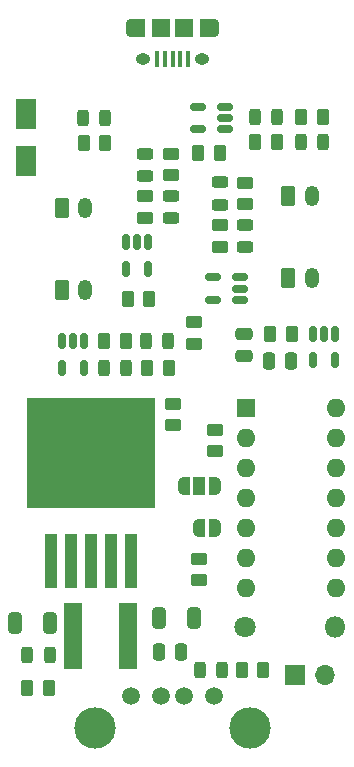
<source format=gbr>
%TF.GenerationSoftware,KiCad,Pcbnew,6.0.5*%
%TF.CreationDate,2022-05-23T21:48:15-04:00*%
%TF.ProjectId,BMS,424d532e-6b69-4636-9164-5f7063625858,rev?*%
%TF.SameCoordinates,Original*%
%TF.FileFunction,Soldermask,Top*%
%TF.FilePolarity,Negative*%
%FSLAX46Y46*%
G04 Gerber Fmt 4.6, Leading zero omitted, Abs format (unit mm)*
G04 Created by KiCad (PCBNEW 6.0.5) date 2022-05-23 21:48:15*
%MOMM*%
%LPD*%
G01*
G04 APERTURE LIST*
G04 Aperture macros list*
%AMRoundRect*
0 Rectangle with rounded corners*
0 $1 Rounding radius*
0 $2 $3 $4 $5 $6 $7 $8 $9 X,Y pos of 4 corners*
0 Add a 4 corners polygon primitive as box body*
4,1,4,$2,$3,$4,$5,$6,$7,$8,$9,$2,$3,0*
0 Add four circle primitives for the rounded corners*
1,1,$1+$1,$2,$3*
1,1,$1+$1,$4,$5*
1,1,$1+$1,$6,$7*
1,1,$1+$1,$8,$9*
0 Add four rect primitives between the rounded corners*
20,1,$1+$1,$2,$3,$4,$5,0*
20,1,$1+$1,$4,$5,$6,$7,0*
20,1,$1+$1,$6,$7,$8,$9,0*
20,1,$1+$1,$8,$9,$2,$3,0*%
%AMFreePoly0*
4,1,22,0.550000,-0.750000,0.000000,-0.750000,0.000000,-0.745033,-0.079941,-0.743568,-0.215256,-0.701293,-0.333266,-0.622738,-0.424486,-0.514219,-0.481581,-0.384460,-0.499164,-0.250000,-0.500000,-0.250000,-0.500000,0.250000,-0.499164,0.250000,-0.499963,0.256109,-0.478152,0.396186,-0.417904,0.524511,-0.324060,0.630769,-0.204165,0.706417,-0.067858,0.745374,0.000000,0.744959,0.000000,0.750000,
0.550000,0.750000,0.550000,-0.750000,0.550000,-0.750000,$1*%
%AMFreePoly1*
4,1,20,0.000000,0.744959,0.073905,0.744508,0.209726,0.703889,0.328688,0.626782,0.421226,0.519385,0.479903,0.390333,0.500000,0.250000,0.500000,-0.250000,0.499851,-0.262216,0.476331,-0.402017,0.414519,-0.529596,0.319384,-0.634700,0.198574,-0.708877,0.061801,-0.746166,0.000000,-0.745033,0.000000,-0.750000,-0.550000,-0.750000,-0.550000,0.750000,0.000000,0.750000,0.000000,0.744959,
0.000000,0.744959,$1*%
%AMFreePoly2*
4,1,22,0.500000,-0.750000,0.000000,-0.750000,0.000000,-0.745033,-0.079941,-0.743568,-0.215256,-0.701293,-0.333266,-0.622738,-0.424486,-0.514219,-0.481581,-0.384460,-0.499164,-0.250000,-0.500000,-0.250000,-0.500000,0.250000,-0.499164,0.250000,-0.499963,0.256109,-0.478152,0.396186,-0.417904,0.524511,-0.324060,0.630769,-0.204165,0.706417,-0.067858,0.745374,0.000000,0.744959,0.000000,0.750000,
0.500000,0.750000,0.500000,-0.750000,0.500000,-0.750000,$1*%
%AMFreePoly3*
4,1,20,0.000000,0.744959,0.073905,0.744508,0.209726,0.703889,0.328688,0.626782,0.421226,0.519385,0.479903,0.390333,0.500000,0.250000,0.500000,-0.250000,0.499851,-0.262216,0.476331,-0.402017,0.414519,-0.529596,0.319384,-0.634700,0.198574,-0.708877,0.061801,-0.746166,0.000000,-0.745033,0.000000,-0.750000,-0.500000,-0.750000,-0.500000,0.750000,0.000000,0.750000,0.000000,0.744959,
0.000000,0.744959,$1*%
G04 Aperture macros list end*
%ADD10RoundRect,0.243750X0.243750X0.456250X-0.243750X0.456250X-0.243750X-0.456250X0.243750X-0.456250X0*%
%ADD11R,1.700000X1.700000*%
%ADD12O,1.700000X1.700000*%
%ADD13RoundRect,0.250000X-0.450000X0.262500X-0.450000X-0.262500X0.450000X-0.262500X0.450000X0.262500X0*%
%ADD14FreePoly0,0.000000*%
%ADD15R,1.000000X1.500000*%
%ADD16FreePoly1,0.000000*%
%ADD17FreePoly2,0.000000*%
%ADD18FreePoly3,0.000000*%
%ADD19RoundRect,0.250000X-0.475000X0.250000X-0.475000X-0.250000X0.475000X-0.250000X0.475000X0.250000X0*%
%ADD20RoundRect,0.150000X-0.150000X0.512500X-0.150000X-0.512500X0.150000X-0.512500X0.150000X0.512500X0*%
%ADD21RoundRect,0.250000X-0.262500X-0.450000X0.262500X-0.450000X0.262500X0.450000X-0.262500X0.450000X0*%
%ADD22RoundRect,0.250000X0.325000X0.650000X-0.325000X0.650000X-0.325000X-0.650000X0.325000X-0.650000X0*%
%ADD23C,1.800000*%
%ADD24O,1.800000X1.800000*%
%ADD25RoundRect,0.243750X-0.243750X-0.456250X0.243750X-0.456250X0.243750X0.456250X-0.243750X0.456250X0*%
%ADD26RoundRect,0.250000X-0.350000X-0.625000X0.350000X-0.625000X0.350000X0.625000X-0.350000X0.625000X0*%
%ADD27O,1.200000X1.750000*%
%ADD28C,1.500000*%
%ADD29C,3.500000*%
%ADD30R,1.600000X5.700000*%
%ADD31RoundRect,0.150000X0.512500X0.150000X-0.512500X0.150000X-0.512500X-0.150000X0.512500X-0.150000X0*%
%ADD32R,1.100000X4.600000*%
%ADD33R,10.800000X9.400000*%
%ADD34RoundRect,0.243750X0.456250X-0.243750X0.456250X0.243750X-0.456250X0.243750X-0.456250X-0.243750X0*%
%ADD35RoundRect,0.250000X0.262500X0.450000X-0.262500X0.450000X-0.262500X-0.450000X0.262500X-0.450000X0*%
%ADD36RoundRect,0.250000X-0.325000X-0.650000X0.325000X-0.650000X0.325000X0.650000X-0.325000X0.650000X0*%
%ADD37R,1.800000X2.500000*%
%ADD38RoundRect,0.243750X-0.456250X0.243750X-0.456250X-0.243750X0.456250X-0.243750X0.456250X0.243750X0*%
%ADD39R,1.600000X1.600000*%
%ADD40O,1.600000X1.600000*%
%ADD41RoundRect,0.250000X0.250000X0.475000X-0.250000X0.475000X-0.250000X-0.475000X0.250000X-0.475000X0*%
%ADD42RoundRect,0.250000X0.450000X-0.262500X0.450000X0.262500X-0.450000X0.262500X-0.450000X-0.262500X0*%
%ADD43R,0.400000X1.350000*%
%ADD44O,0.890000X1.550000*%
%ADD45R,1.200000X1.550000*%
%ADD46O,1.250000X0.950000*%
%ADD47R,1.500000X1.550000*%
%ADD48RoundRect,0.250000X-0.250000X-0.475000X0.250000X-0.475000X0.250000X0.475000X-0.250000X0.475000X0*%
G04 APERTURE END LIST*
D10*
%TO.C,D5*%
X27737500Y-11100000D03*
X25862500Y-11100000D03*
%TD*%
D11*
%TO.C,J3*%
X25400000Y-56250000D03*
D12*
X27940000Y-56250000D03*
%TD*%
D13*
%TO.C,R13*%
X15050000Y-33237500D03*
X15050000Y-35062500D03*
%TD*%
D14*
%TO.C,JP1*%
X15950000Y-40200000D03*
D15*
X17250000Y-40200000D03*
D16*
X18550000Y-40200000D03*
%TD*%
D10*
%TO.C,D9*%
X14637500Y-27950000D03*
X12762500Y-27950000D03*
%TD*%
D17*
%TO.C,JP2*%
X17250000Y-43750000D03*
D18*
X18550000Y-43750000D03*
%TD*%
D13*
%TO.C,R16*%
X19050000Y-18137500D03*
X19050000Y-19962500D03*
%TD*%
D19*
%TO.C,C2*%
X21050000Y-27350000D03*
X21050000Y-29250000D03*
%TD*%
D20*
%TO.C,U10*%
X7500000Y-27912500D03*
X6550000Y-27912500D03*
X5600000Y-27912500D03*
X5600000Y-30187500D03*
X7500000Y-30187500D03*
%TD*%
D21*
%TO.C,R20*%
X2700000Y-57300000D03*
X4525000Y-57300000D03*
%TD*%
D22*
%TO.C,C1*%
X4625000Y-51850000D03*
X1675000Y-51850000D03*
%TD*%
D13*
%TO.C,R14*%
X16850000Y-26337500D03*
X16850000Y-28162500D03*
%TD*%
D23*
%TO.C,D1*%
X21140000Y-52150000D03*
D24*
X28760000Y-52150000D03*
%TD*%
D21*
%TO.C,R24*%
X23287500Y-27350000D03*
X25112500Y-27350000D03*
%TD*%
D25*
%TO.C,D11*%
X9212500Y-30250000D03*
X11087500Y-30250000D03*
%TD*%
D26*
%TO.C,BT1*%
X5600000Y-16650000D03*
D27*
X7600000Y-16650000D03*
%TD*%
D21*
%TO.C,R11*%
X25887500Y-8950000D03*
X27712500Y-8950000D03*
%TD*%
D13*
%TO.C,R25*%
X18550000Y-35450000D03*
X18550000Y-37275000D03*
%TD*%
D10*
%TO.C,D15*%
X9287500Y-9050000D03*
X7412500Y-9050000D03*
%TD*%
D20*
%TO.C,U13*%
X28750000Y-27312500D03*
X27800000Y-27312500D03*
X26850000Y-27312500D03*
X26850000Y-29587500D03*
X28750000Y-29587500D03*
%TD*%
D28*
%TO.C,J2*%
X11500000Y-58000000D03*
X14000000Y-58000000D03*
X16000000Y-58000000D03*
X18500000Y-58000000D03*
D29*
X21570000Y-60710000D03*
X8430000Y-60710000D03*
%TD*%
D30*
%TO.C,L1*%
X6550000Y-52900000D03*
X11250000Y-52900000D03*
%TD*%
D31*
%TO.C,U11*%
X20687500Y-24450000D03*
X20687500Y-23500000D03*
X20687500Y-22550000D03*
X18412500Y-22550000D03*
X18412500Y-24450000D03*
%TD*%
D13*
%TO.C,R10*%
X12700000Y-15700000D03*
X12700000Y-17525000D03*
%TD*%
D21*
%TO.C,R21*%
X20837500Y-55800000D03*
X22662500Y-55800000D03*
%TD*%
D32*
%TO.C,U1*%
X4700000Y-46575000D03*
X6400000Y-46575000D03*
D33*
X8100000Y-37425000D03*
D32*
X8100000Y-46575000D03*
X9800000Y-46575000D03*
X11500000Y-46575000D03*
%TD*%
D13*
%TO.C,R26*%
X17250000Y-46387500D03*
X17250000Y-48212500D03*
%TD*%
D34*
%TO.C,D8*%
X14850000Y-17550000D03*
X14850000Y-15675000D03*
%TD*%
D35*
%TO.C,R19*%
X9300000Y-11200000D03*
X7475000Y-11200000D03*
%TD*%
D36*
%TO.C,C3*%
X13825000Y-51400000D03*
X16775000Y-51400000D03*
%TD*%
D21*
%TO.C,R7*%
X17187500Y-12000000D03*
X19012500Y-12000000D03*
%TD*%
D37*
%TO.C,D2*%
X2600000Y-12700000D03*
X2600000Y-8700000D03*
%TD*%
D26*
%TO.C,BT3*%
X5600000Y-23600000D03*
D27*
X7600000Y-23600000D03*
%TD*%
D20*
%TO.C,U9*%
X12950000Y-19562500D03*
X12000000Y-19562500D03*
X11050000Y-19562500D03*
X11050000Y-21837500D03*
X12950000Y-21837500D03*
%TD*%
D25*
%TO.C,D14*%
X2712500Y-54500000D03*
X4587500Y-54500000D03*
%TD*%
D26*
%TO.C,BT2*%
X24800000Y-15700000D03*
D27*
X26800000Y-15700000D03*
%TD*%
D38*
%TO.C,D6*%
X12700000Y-12075000D03*
X12700000Y-13950000D03*
%TD*%
D39*
%TO.C,U12*%
X21200000Y-33575000D03*
D40*
X21200000Y-36115000D03*
X21200000Y-38655000D03*
X21200000Y-41195000D03*
X21200000Y-43735000D03*
X21200000Y-46275000D03*
X21200000Y-48815000D03*
X28820000Y-48815000D03*
X28820000Y-46275000D03*
X28820000Y-43735000D03*
X28820000Y-41195000D03*
X28820000Y-38655000D03*
X28820000Y-36115000D03*
X28820000Y-33575000D03*
%TD*%
D25*
%TO.C,D7*%
X21962500Y-8950000D03*
X23837500Y-8950000D03*
%TD*%
D41*
%TO.C,C4*%
X25050000Y-29600000D03*
X23150000Y-29600000D03*
%TD*%
D42*
%TO.C,R18*%
X21150000Y-16362500D03*
X21150000Y-14537500D03*
%TD*%
%TO.C,R12*%
X14850000Y-13925000D03*
X14850000Y-12100000D03*
%TD*%
D38*
%TO.C,D10*%
X19050000Y-14512500D03*
X19050000Y-16387500D03*
%TD*%
D34*
%TO.C,D12*%
X21150000Y-19987500D03*
X21150000Y-18112500D03*
%TD*%
D35*
%TO.C,R8*%
X13012500Y-24400000D03*
X11187500Y-24400000D03*
%TD*%
D21*
%TO.C,R17*%
X12837500Y-30250000D03*
X14662500Y-30250000D03*
%TD*%
D31*
%TO.C,U8*%
X19437500Y-10000000D03*
X19437500Y-9050000D03*
X19437500Y-8100000D03*
X17162500Y-8100000D03*
X17162500Y-10000000D03*
%TD*%
D43*
%TO.C,J1*%
X16300000Y-4100000D03*
X15650000Y-4100000D03*
X15000000Y-4100000D03*
X14350000Y-4100000D03*
X13700000Y-4100000D03*
D44*
X11500000Y-1400000D03*
D45*
X12100000Y-1400000D03*
D46*
X12500000Y-4100000D03*
D44*
X18500000Y-1400000D03*
D47*
X16000000Y-1400000D03*
D45*
X17900000Y-1400000D03*
D47*
X14000000Y-1400000D03*
D46*
X17500000Y-4100000D03*
%TD*%
D10*
%TO.C,D13*%
X19187500Y-55800000D03*
X17312500Y-55800000D03*
%TD*%
D26*
%TO.C,BT4*%
X24800000Y-22600000D03*
D27*
X26800000Y-22600000D03*
%TD*%
D35*
%TO.C,R9*%
X23812500Y-11100000D03*
X21987500Y-11100000D03*
%TD*%
D48*
%TO.C,C6*%
X13850000Y-54300000D03*
X15750000Y-54300000D03*
%TD*%
D35*
%TO.C,R15*%
X11012500Y-27950000D03*
X9187500Y-27950000D03*
%TD*%
M02*

</source>
